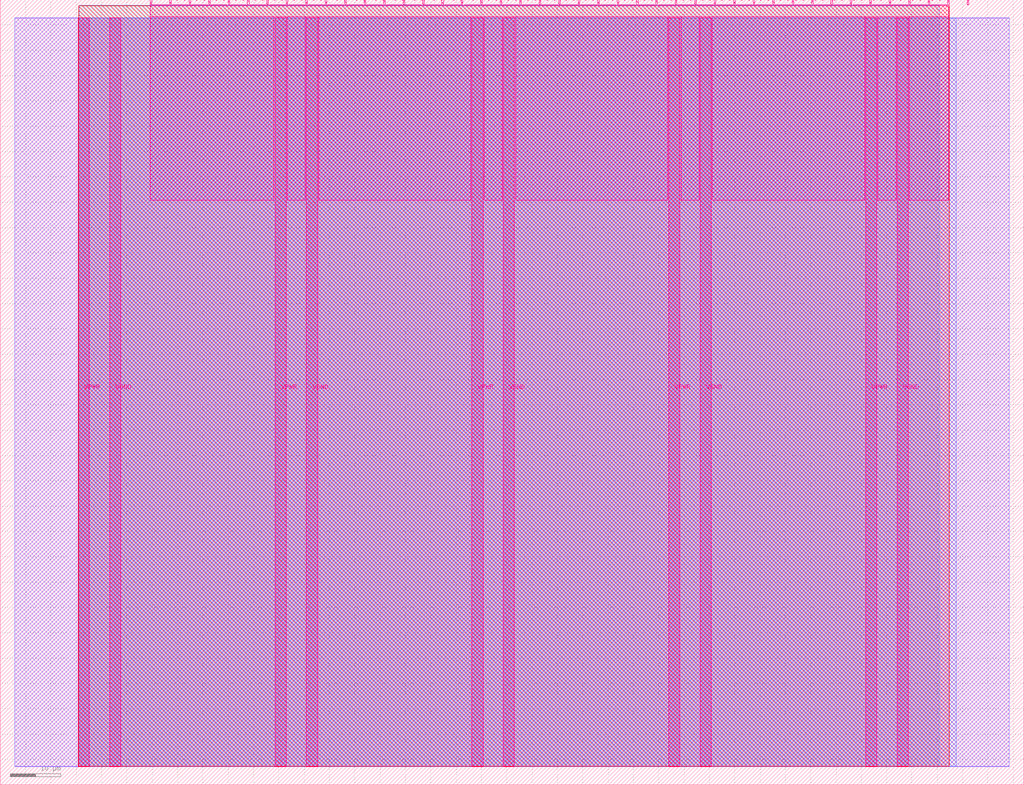
<source format=lef>
VERSION 5.7 ;
  NOWIREEXTENSIONATPIN ON ;
  DIVIDERCHAR "/" ;
  BUSBITCHARS "[]" ;
MACRO tt_um_kapilan_alarm
  CLASS BLOCK ;
  FOREIGN tt_um_kapilan_alarm ;
  ORIGIN 0.000 0.000 ;
  SIZE 202.080 BY 154.980 ;
  PIN VGND
    DIRECTION INOUT ;
    USE GROUND ;
    PORT
      LAYER Metal5 ;
        RECT 21.580 3.560 23.780 151.420 ;
    END
    PORT
      LAYER Metal5 ;
        RECT 60.450 3.560 62.650 151.420 ;
    END
    PORT
      LAYER Metal5 ;
        RECT 99.320 3.560 101.520 151.420 ;
    END
    PORT
      LAYER Metal5 ;
        RECT 138.190 3.560 140.390 151.420 ;
    END
    PORT
      LAYER Metal5 ;
        RECT 177.060 3.560 179.260 151.420 ;
    END
  END VGND
  PIN VPWR
    DIRECTION INOUT ;
    USE POWER ;
    PORT
      LAYER Metal5 ;
        RECT 15.380 3.560 17.580 151.420 ;
    END
    PORT
      LAYER Metal5 ;
        RECT 54.250 3.560 56.450 151.420 ;
    END
    PORT
      LAYER Metal5 ;
        RECT 93.120 3.560 95.320 151.420 ;
    END
    PORT
      LAYER Metal5 ;
        RECT 131.990 3.560 134.190 151.420 ;
    END
    PORT
      LAYER Metal5 ;
        RECT 170.860 3.560 173.060 151.420 ;
    END
  END VPWR
  PIN clk
    DIRECTION INPUT ;
    USE SIGNAL ;
    ANTENNAGATEAREA 0.213200 ;
    PORT
      LAYER Metal5 ;
        RECT 187.050 153.980 187.350 154.980 ;
    END
  END clk
  PIN ena
    DIRECTION INPUT ;
    USE SIGNAL ;
    PORT
      LAYER Metal5 ;
        RECT 190.890 153.980 191.190 154.980 ;
    END
  END ena
  PIN rst_n
    DIRECTION INPUT ;
    USE SIGNAL ;
    ANTENNAGATEAREA 0.213200 ;
    PORT
      LAYER Metal5 ;
        RECT 183.210 153.980 183.510 154.980 ;
    END
  END rst_n
  PIN ui_in[0]
    DIRECTION INPUT ;
    USE SIGNAL ;
    ANTENNAGATEAREA 0.180700 ;
    PORT
      LAYER Metal5 ;
        RECT 179.370 153.980 179.670 154.980 ;
    END
  END ui_in[0]
  PIN ui_in[1]
    DIRECTION INPUT ;
    USE SIGNAL ;
    ANTENNAGATEAREA 0.180700 ;
    PORT
      LAYER Metal5 ;
        RECT 175.530 153.980 175.830 154.980 ;
    END
  END ui_in[1]
  PIN ui_in[2]
    DIRECTION INPUT ;
    USE SIGNAL ;
    ANTENNAGATEAREA 0.180700 ;
    PORT
      LAYER Metal5 ;
        RECT 171.690 153.980 171.990 154.980 ;
    END
  END ui_in[2]
  PIN ui_in[3]
    DIRECTION INPUT ;
    USE SIGNAL ;
    ANTENNAGATEAREA 0.180700 ;
    PORT
      LAYER Metal5 ;
        RECT 167.850 153.980 168.150 154.980 ;
    END
  END ui_in[3]
  PIN ui_in[4]
    DIRECTION INPUT ;
    USE SIGNAL ;
    ANTENNAGATEAREA 0.180700 ;
    PORT
      LAYER Metal5 ;
        RECT 164.010 153.980 164.310 154.980 ;
    END
  END ui_in[4]
  PIN ui_in[5]
    DIRECTION INPUT ;
    USE SIGNAL ;
    ANTENNAGATEAREA 0.180700 ;
    PORT
      LAYER Metal5 ;
        RECT 160.170 153.980 160.470 154.980 ;
    END
  END ui_in[5]
  PIN ui_in[6]
    DIRECTION INPUT ;
    USE SIGNAL ;
    ANTENNAGATEAREA 0.180700 ;
    PORT
      LAYER Metal5 ;
        RECT 156.330 153.980 156.630 154.980 ;
    END
  END ui_in[6]
  PIN ui_in[7]
    DIRECTION INPUT ;
    USE SIGNAL ;
    ANTENNAGATEAREA 0.180700 ;
    PORT
      LAYER Metal5 ;
        RECT 152.490 153.980 152.790 154.980 ;
    END
  END ui_in[7]
  PIN uio_in[0]
    DIRECTION INPUT ;
    USE SIGNAL ;
    ANTENNAGATEAREA 0.180700 ;
    PORT
      LAYER Metal5 ;
        RECT 148.650 153.980 148.950 154.980 ;
    END
  END uio_in[0]
  PIN uio_in[1]
    DIRECTION INPUT ;
    USE SIGNAL ;
    ANTENNAGATEAREA 0.180700 ;
    PORT
      LAYER Metal5 ;
        RECT 144.810 153.980 145.110 154.980 ;
    END
  END uio_in[1]
  PIN uio_in[2]
    DIRECTION INPUT ;
    USE SIGNAL ;
    ANTENNAGATEAREA 0.180700 ;
    PORT
      LAYER Metal5 ;
        RECT 140.970 153.980 141.270 154.980 ;
    END
  END uio_in[2]
  PIN uio_in[3]
    DIRECTION INPUT ;
    USE SIGNAL ;
    PORT
      LAYER Metal5 ;
        RECT 137.130 153.980 137.430 154.980 ;
    END
  END uio_in[3]
  PIN uio_in[4]
    DIRECTION INPUT ;
    USE SIGNAL ;
    PORT
      LAYER Metal5 ;
        RECT 133.290 153.980 133.590 154.980 ;
    END
  END uio_in[4]
  PIN uio_in[5]
    DIRECTION INPUT ;
    USE SIGNAL ;
    PORT
      LAYER Metal5 ;
        RECT 129.450 153.980 129.750 154.980 ;
    END
  END uio_in[5]
  PIN uio_in[6]
    DIRECTION INPUT ;
    USE SIGNAL ;
    PORT
      LAYER Metal5 ;
        RECT 125.610 153.980 125.910 154.980 ;
    END
  END uio_in[6]
  PIN uio_in[7]
    DIRECTION INPUT ;
    USE SIGNAL ;
    PORT
      LAYER Metal5 ;
        RECT 121.770 153.980 122.070 154.980 ;
    END
  END uio_in[7]
  PIN uio_oe[0]
    DIRECTION OUTPUT ;
    USE SIGNAL ;
    ANTENNADIFFAREA 0.299200 ;
    PORT
      LAYER Metal5 ;
        RECT 56.490 153.980 56.790 154.980 ;
    END
  END uio_oe[0]
  PIN uio_oe[1]
    DIRECTION OUTPUT ;
    USE SIGNAL ;
    ANTENNADIFFAREA 0.299200 ;
    PORT
      LAYER Metal5 ;
        RECT 52.650 153.980 52.950 154.980 ;
    END
  END uio_oe[1]
  PIN uio_oe[2]
    DIRECTION OUTPUT ;
    USE SIGNAL ;
    ANTENNADIFFAREA 0.299200 ;
    PORT
      LAYER Metal5 ;
        RECT 48.810 153.980 49.110 154.980 ;
    END
  END uio_oe[2]
  PIN uio_oe[3]
    DIRECTION OUTPUT ;
    USE SIGNAL ;
    ANTENNADIFFAREA 0.299200 ;
    PORT
      LAYER Metal5 ;
        RECT 44.970 153.980 45.270 154.980 ;
    END
  END uio_oe[3]
  PIN uio_oe[4]
    DIRECTION OUTPUT ;
    USE SIGNAL ;
    ANTENNADIFFAREA 0.392700 ;
    PORT
      LAYER Metal5 ;
        RECT 41.130 153.980 41.430 154.980 ;
    END
  END uio_oe[4]
  PIN uio_oe[5]
    DIRECTION OUTPUT ;
    USE SIGNAL ;
    ANTENNADIFFAREA 0.392700 ;
    PORT
      LAYER Metal5 ;
        RECT 37.290 153.980 37.590 154.980 ;
    END
  END uio_oe[5]
  PIN uio_oe[6]
    DIRECTION OUTPUT ;
    USE SIGNAL ;
    ANTENNADIFFAREA 0.392700 ;
    PORT
      LAYER Metal5 ;
        RECT 33.450 153.980 33.750 154.980 ;
    END
  END uio_oe[6]
  PIN uio_oe[7]
    DIRECTION OUTPUT ;
    USE SIGNAL ;
    ANTENNADIFFAREA 0.392700 ;
    PORT
      LAYER Metal5 ;
        RECT 29.610 153.980 29.910 154.980 ;
    END
  END uio_oe[7]
  PIN uio_out[0]
    DIRECTION OUTPUT ;
    USE SIGNAL ;
    ANTENNADIFFAREA 0.299200 ;
    PORT
      LAYER Metal5 ;
        RECT 87.210 153.980 87.510 154.980 ;
    END
  END uio_out[0]
  PIN uio_out[1]
    DIRECTION OUTPUT ;
    USE SIGNAL ;
    ANTENNADIFFAREA 0.299200 ;
    PORT
      LAYER Metal5 ;
        RECT 83.370 153.980 83.670 154.980 ;
    END
  END uio_out[1]
  PIN uio_out[2]
    DIRECTION OUTPUT ;
    USE SIGNAL ;
    ANTENNADIFFAREA 0.299200 ;
    PORT
      LAYER Metal5 ;
        RECT 79.530 153.980 79.830 154.980 ;
    END
  END uio_out[2]
  PIN uio_out[3]
    DIRECTION OUTPUT ;
    USE SIGNAL ;
    ANTENNADIFFAREA 0.299200 ;
    PORT
      LAYER Metal5 ;
        RECT 75.690 153.980 75.990 154.980 ;
    END
  END uio_out[3]
  PIN uio_out[4]
    DIRECTION OUTPUT ;
    USE SIGNAL ;
    ANTENNAGATEAREA 0.925600 ;
    ANTENNADIFFAREA 0.632400 ;
    PORT
      LAYER Metal5 ;
        RECT 71.850 153.980 72.150 154.980 ;
    END
  END uio_out[4]
  PIN uio_out[5]
    DIRECTION OUTPUT ;
    USE SIGNAL ;
    ANTENNAGATEAREA 0.494000 ;
    ANTENNADIFFAREA 0.632400 ;
    PORT
      LAYER Metal5 ;
        RECT 68.010 153.980 68.310 154.980 ;
    END
  END uio_out[5]
  PIN uio_out[6]
    DIRECTION OUTPUT ;
    USE SIGNAL ;
    ANTENNAGATEAREA 0.735800 ;
    ANTENNADIFFAREA 0.632400 ;
    PORT
      LAYER Metal5 ;
        RECT 64.170 153.980 64.470 154.980 ;
    END
  END uio_out[6]
  PIN uio_out[7]
    DIRECTION OUTPUT ;
    USE SIGNAL ;
    ANTENNADIFFAREA 0.706800 ;
    PORT
      LAYER Metal5 ;
        RECT 60.330 153.980 60.630 154.980 ;
    END
  END uio_out[7]
  PIN uo_out[0]
    DIRECTION OUTPUT ;
    USE SIGNAL ;
    ANTENNAGATEAREA 0.785200 ;
    ANTENNADIFFAREA 0.632400 ;
    PORT
      LAYER Metal5 ;
        RECT 117.930 153.980 118.230 154.980 ;
    END
  END uo_out[0]
  PIN uo_out[1]
    DIRECTION OUTPUT ;
    USE SIGNAL ;
    ANTENNAGATEAREA 0.552500 ;
    ANTENNADIFFAREA 0.632400 ;
    PORT
      LAYER Metal5 ;
        RECT 114.090 153.980 114.390 154.980 ;
    END
  END uo_out[1]
  PIN uo_out[2]
    DIRECTION OUTPUT ;
    USE SIGNAL ;
    ANTENNAGATEAREA 0.794300 ;
    ANTENNADIFFAREA 0.632400 ;
    PORT
      LAYER Metal5 ;
        RECT 110.250 153.980 110.550 154.980 ;
    END
  END uo_out[2]
  PIN uo_out[3]
    DIRECTION OUTPUT ;
    USE SIGNAL ;
    ANTENNAGATEAREA 0.834600 ;
    ANTENNADIFFAREA 0.632400 ;
    PORT
      LAYER Metal5 ;
        RECT 106.410 153.980 106.710 154.980 ;
    END
  END uo_out[3]
  PIN uo_out[4]
    DIRECTION OUTPUT ;
    USE SIGNAL ;
    ANTENNAGATEAREA 0.109200 ;
    ANTENNADIFFAREA 0.632400 ;
    PORT
      LAYER Metal5 ;
        RECT 102.570 153.980 102.870 154.980 ;
    END
  END uo_out[4]
  PIN uo_out[5]
    DIRECTION OUTPUT ;
    USE SIGNAL ;
    ANTENNAGATEAREA 1.095900 ;
    ANTENNADIFFAREA 0.632400 ;
    PORT
      LAYER Metal5 ;
        RECT 98.730 153.980 99.030 154.980 ;
    END
  END uo_out[5]
  PIN uo_out[6]
    DIRECTION OUTPUT ;
    USE SIGNAL ;
    ANTENNAGATEAREA 0.301600 ;
    ANTENNADIFFAREA 0.632400 ;
    PORT
      LAYER Metal5 ;
        RECT 94.890 153.980 95.190 154.980 ;
    END
  END uo_out[6]
  PIN uo_out[7]
    DIRECTION OUTPUT ;
    USE SIGNAL ;
    ANTENNAGATEAREA 1.170000 ;
    ANTENNADIFFAREA 0.632400 ;
    PORT
      LAYER Metal5 ;
        RECT 91.050 153.980 91.350 154.980 ;
    END
  END uo_out[7]
  OBS
      LAYER GatPoly ;
        RECT 2.880 3.630 199.200 151.350 ;
      LAYER Metal1 ;
        RECT 2.880 3.560 199.200 151.420 ;
      LAYER Metal2 ;
        RECT 15.515 3.680 188.785 151.300 ;
      LAYER Metal3 ;
        RECT 15.560 3.635 185.380 153.865 ;
      LAYER Metal4 ;
        RECT 15.515 3.680 187.345 153.820 ;
      LAYER Metal5 ;
        RECT 30.120 153.770 33.240 153.980 ;
        RECT 33.960 153.770 37.080 153.980 ;
        RECT 37.800 153.770 40.920 153.980 ;
        RECT 41.640 153.770 44.760 153.980 ;
        RECT 45.480 153.770 48.600 153.980 ;
        RECT 49.320 153.770 52.440 153.980 ;
        RECT 53.160 153.770 56.280 153.980 ;
        RECT 57.000 153.770 60.120 153.980 ;
        RECT 60.840 153.770 63.960 153.980 ;
        RECT 64.680 153.770 67.800 153.980 ;
        RECT 68.520 153.770 71.640 153.980 ;
        RECT 72.360 153.770 75.480 153.980 ;
        RECT 76.200 153.770 79.320 153.980 ;
        RECT 80.040 153.770 83.160 153.980 ;
        RECT 83.880 153.770 87.000 153.980 ;
        RECT 87.720 153.770 90.840 153.980 ;
        RECT 91.560 153.770 94.680 153.980 ;
        RECT 95.400 153.770 98.520 153.980 ;
        RECT 99.240 153.770 102.360 153.980 ;
        RECT 103.080 153.770 106.200 153.980 ;
        RECT 106.920 153.770 110.040 153.980 ;
        RECT 110.760 153.770 113.880 153.980 ;
        RECT 114.600 153.770 117.720 153.980 ;
        RECT 118.440 153.770 121.560 153.980 ;
        RECT 122.280 153.770 125.400 153.980 ;
        RECT 126.120 153.770 129.240 153.980 ;
        RECT 129.960 153.770 133.080 153.980 ;
        RECT 133.800 153.770 136.920 153.980 ;
        RECT 137.640 153.770 140.760 153.980 ;
        RECT 141.480 153.770 144.600 153.980 ;
        RECT 145.320 153.770 148.440 153.980 ;
        RECT 149.160 153.770 152.280 153.980 ;
        RECT 153.000 153.770 156.120 153.980 ;
        RECT 156.840 153.770 159.960 153.980 ;
        RECT 160.680 153.770 163.800 153.980 ;
        RECT 164.520 153.770 167.640 153.980 ;
        RECT 168.360 153.770 171.480 153.980 ;
        RECT 172.200 153.770 175.320 153.980 ;
        RECT 176.040 153.770 179.160 153.980 ;
        RECT 179.880 153.770 183.000 153.980 ;
        RECT 183.720 153.770 186.840 153.980 ;
        RECT 29.660 151.630 187.300 153.770 ;
        RECT 29.660 115.355 54.040 151.630 ;
        RECT 56.660 115.355 60.240 151.630 ;
        RECT 62.860 115.355 92.910 151.630 ;
        RECT 95.530 115.355 99.110 151.630 ;
        RECT 101.730 115.355 131.780 151.630 ;
        RECT 134.400 115.355 137.980 151.630 ;
        RECT 140.600 115.355 170.650 151.630 ;
        RECT 173.270 115.355 176.850 151.630 ;
        RECT 179.470 115.355 187.300 151.630 ;
  END
END tt_um_kapilan_alarm
END LIBRARY


</source>
